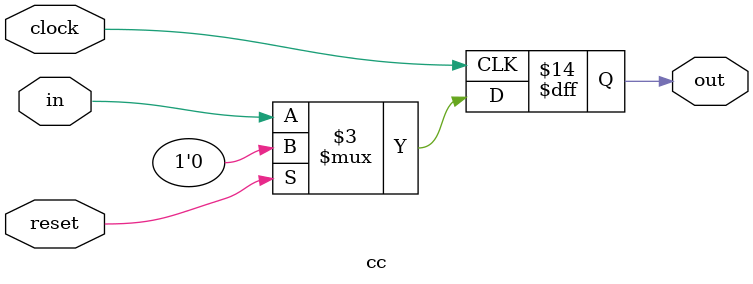
<source format=sv>


module cc(out, clock, reset, in);
  input clock, reset, in;
  output reg out;  //using in procedural assignment so should be reg
  reg a, b, c;
  
  always@(posedge clock)   //at posedge of clock to create FF
    begin
      if(reset)	
        begin
          a = 0;
          b = 0;          // = is blocking assignment
          c = 0;
          out = 0;
        end
      else begin
        a = in;
        b = a;
        c = b;		//a and b are ignored
        out = c;
      end
    end
endmodule

</source>
